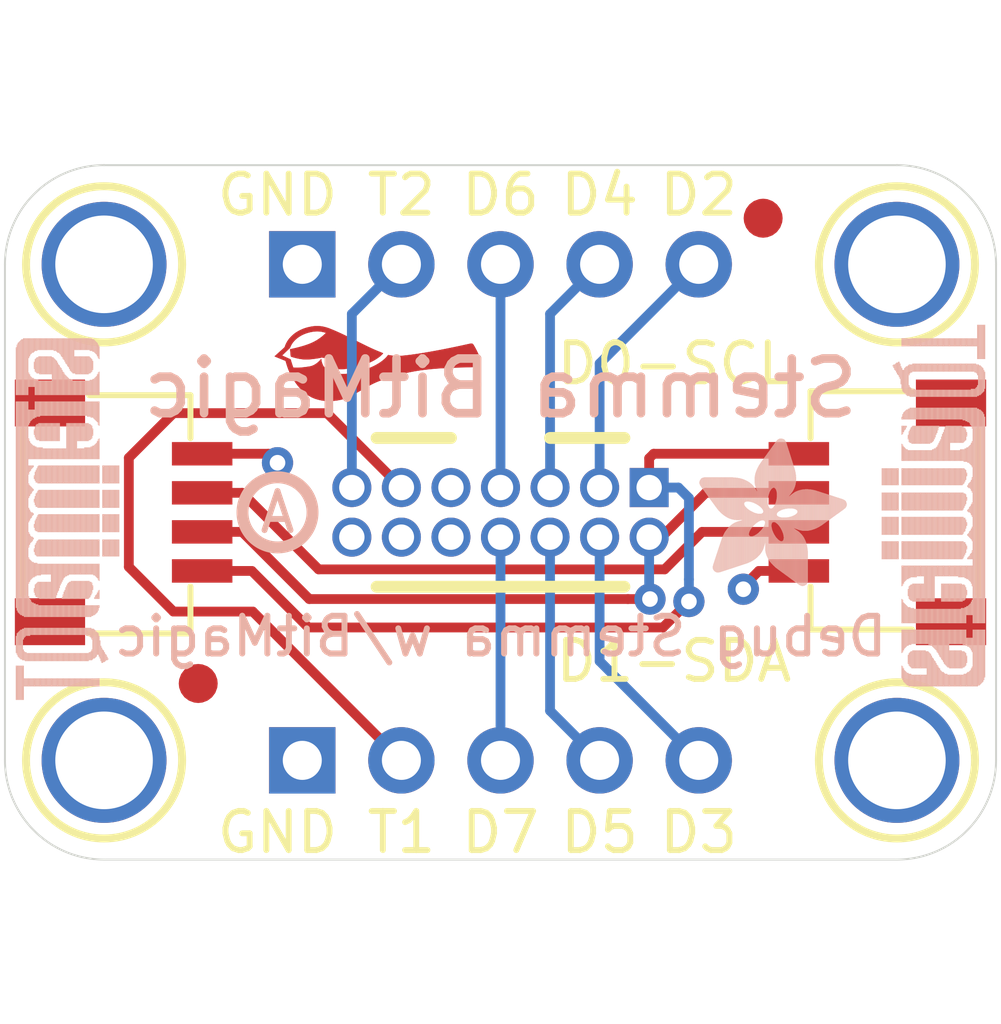
<source format=kicad_pcb>
(kicad_pcb (version 20171130) (host pcbnew "(5.1.4-0-10_14)")
  (layers (0 Top signal) (31 Bottom signal) (34 B.Paste user) (35 F.Paste user) (36 B.SilkS user) (37 F.SilkS user) (38 B.Mask user) (39 F.Mask user) (44 Edge.Cuts user))
  (net 0 "")
  (net 1 GND)
  (net 2 /SCL)
  (net 3 /SDA)
  (net 4 /VCC)
  (net 5 "Net-(J1-Pad14)")
  (net 6 /T2)
  (net 7 "Net-(J1-Pad12)")
  (net 8 /T1)
  (net 9 /D7)
  (net 10 /D6)
  (net 11 /D5)
  (net 12 /D4)
  (net 13 /D3)
  (net 14 /D2)
  (module Connector_PinHeader_1.27mm:PinHeader_2x07_P1.27mm_Vertical (layer Top) (at 152.3111 104.3686 270)
    (fp_text reference J1 hide)
    (fp_text value Conn_02x07_Odd_Even)
    (pad 14 thru_hole oval (at 1.27 7.62 270) (size 1 1) (drill 0.65) (layers *.Cu *.Mask) (net 5 "Net-(J1-Pad14)"))
    (pad 13 thru_hole oval (at 0 7.62 270) (size 1 1) (drill 0.65) (layers *.Cu *.Mask) (net 6 /T2))
    (pad 12 thru_hole oval (at 1.27 6.35 270) (size 1 1) (drill 0.65) (layers *.Cu *.Mask) (net 7 "Net-(J1-Pad12)"))
    (pad 11 thru_hole oval (at 0 6.35 270) (size 1 1) (drill 0.65) (layers *.Cu *.Mask) (net 8 /T1))
    (pad 10 thru_hole oval (at 1.27 5.08 270) (size 1 1) (drill 0.65) (layers *.Cu *.Mask) (net 1 GND))
    (pad 9 thru_hole oval (at 0 5.08 270) (size 1 1) (drill 0.65) (layers *.Cu *.Mask) (net 1 GND))
    (pad 8 thru_hole oval (at 1.27 3.81 270) (size 1 1) (drill 0.65) (layers *.Cu *.Mask) (net 9 /D7))
    (pad 7 thru_hole oval (at 0 3.81 270) (size 1 1) (drill 0.65) (layers *.Cu *.Mask) (net 10 /D6))
    (pad 6 thru_hole oval (at 1.27 2.54 270) (size 1 1) (drill 0.65) (layers *.Cu *.Mask) (net 11 /D5))
    (pad 5 thru_hole oval (at 0 2.54 270) (size 1 1) (drill 0.65) (layers *.Cu *.Mask) (net 12 /D4))
    (pad 4 thru_hole oval (at 1.27 1.27 270) (size 1 1) (drill 0.65) (layers *.Cu *.Mask) (net 13 /D3))
    (pad 3 thru_hole oval (at 0 1.27 270) (size 1 1) (drill 0.65) (layers *.Cu *.Mask) (net 14 /D2))
    (pad 2 thru_hole oval (at 1.27 0 270) (size 1 1) (drill 0.65) (layers *.Cu *.Mask) (net 3 /SDA))
    (pad 1 thru_hole rect (at 0 0 270) (size 1 1) (drill 0.65) (layers *.Cu *.Mask) (net 2 /SCL))
  )
  (module chickadee:chickadee_2mm_fcu (layer Top) (at 145.3261 101.1936)
    (fp_text reference G*** hide)
    (fp_text value LOGO hide)
    (fp_poly (pts (xy -1.50211 -0.956524) (xy -1.480393 -0.956179) (xy -1.461445 -0.95546) (xy -1.444235 -0.954281) (xy -1.42773 -0.952559) (xy -1.410899 -0.95021) (xy -1.392708 -0.94715) (xy -1.377648 -0.944355) (xy -1.337289 -0.935604) (xy -1.295394 -0.924586) (xy -1.253941 -0.911875) (xy -1.214907 -0.898043) (xy -1.207105 -0.89501) (xy -1.177497 -0.88322) (xy -1.14844 -0.871469) (xy -1.119668 -0.859632) (xy -1.090917 -0.847586) (xy -1.061919 -0.835207) (xy -1.032409 -0.822372) (xy -1.002121 -0.808957) (xy -0.97079 -0.794838) (xy -0.938149 -0.779891) (xy -0.903933 -0.763992) (xy -0.867876 -0.747019) (xy -0.829712 -0.728847) (xy -0.789176 -0.709352) (xy -0.746001 -0.688411) (xy -0.699922 -0.6659) (xy -0.650673 -0.641695) (xy -0.597987 -0.615673) (xy -0.541601 -0.58771) (xy -0.481246 -0.557682) (xy -0.465667 -0.549917) (xy -0.413659 -0.524037) (xy -0.3656 -0.500226) (xy -0.321145 -0.478325) (xy -0.27995 -0.458175) (xy -0.241669 -0.439617) (xy -0.205957 -0.422491) (xy -0.172469 -0.406639) (xy -0.14086 -0.391901) (xy -0.110786 -0.378118) (xy -0.081901 -0.365131) (xy -0.05386 -0.352779) (xy -0.026318 -0.340905) (xy 0.001069 -0.329349) (xy 0.028648 -0.317952) (xy 0.056761 -0.306554) (xy 0.085756 -0.294996) (xy 0.091784 -0.292614) (xy 0.109241 -0.285659) (xy 0.125202 -0.279167) (xy 0.139121 -0.273373) (xy 0.15045 -0.268508) (xy 0.158645 -0.264805) (xy 0.163158 -0.262497) (xy 0.163869 -0.261925) (xy 0.162563 -0.259168) (xy 0.15818 -0.253749) (xy 0.15127 -0.246205) (xy 0.142385 -0.237076) (xy 0.132075 -0.226901) (xy 0.12089 -0.216218) (xy 0.10938 -0.205567) (xy 0.098096 -0.195485) (xy 0.087588 -0.186513) (xy 0.083204 -0.182938) (xy 0.032211 -0.144812) (xy -0.023145 -0.108621) (xy -0.082775 -0.074402) (xy -0.146594 -0.04219) (xy -0.214513 -0.012022) (xy -0.286445 0.016066) (xy -0.362304 0.04204) (xy -0.442002 0.065862) (xy -0.525451 0.087496) (xy -0.612565 0.106907) (xy -0.626533 0.109744) (xy -0.686331 0.120927) (xy -0.742312 0.129711) (xy -0.794846 0.136122) (xy -0.844302 0.140187) (xy -0.89105 0.141931) (xy -0.935458 0.141382) (xy -0.977897 0.138567) (xy -0.997625 0.136425) (xy -1.042521 0.129163) (xy -1.083907 0.118835) (xy -1.121726 0.105475) (xy -1.155921 0.089116) (xy -1.186435 0.069792) (xy -1.213212 0.047535) (xy -1.236195 0.022379) (xy -1.255327 -0.005643) (xy -1.26248 -0.018814) (xy -1.271131 -0.03793) (xy -1.27813 -0.058008) (xy -1.283742 -0.080053) (xy -1.28823 -0.105072) (xy -1.291222 -0.12819) (xy -1.292983 -0.143896) (xy -1.340153 -0.148008) (xy -1.354896 -0.149286) (xy -1.368084 -0.150417) (xy -1.378921 -0.151333) (xy -1.386612 -0.151967) (xy -1.390361 -0.152253) (xy -1.39049 -0.152259) (xy -1.392531 -0.153687) (xy -1.392227 -0.154714) (xy -1.393472 -0.155749) (xy -1.398086 -0.156013) (xy -1.404679 -0.155621) (xy -1.411863 -0.154688) (xy -1.418249 -0.153328) (xy -1.42119 -0.152325) (xy -1.424967 -0.151285) (xy -1.43272 -0.149598) (xy -1.443655 -0.147423) (xy -1.456978 -0.144915) (xy -1.471893 -0.142232) (xy -1.475619 -0.14158) (xy -1.531495 -0.132318) (xy -1.58458 -0.124519) (xy -1.636618 -0.117952) (xy -1.689348 -0.112382) (xy -1.705429 -0.110884) (xy -1.720809 -0.109791) (xy -1.739464 -0.108945) (xy -1.760467 -0.108347) (xy -1.782891 -0.107997) (xy -1.805808 -0.107895) (xy -1.828294 -0.108042) (xy -1.849419 -0.108438) (xy -1.868259 -0.109083) (xy -1.883886 -0.109978) (xy -1.892905 -0.11081) (xy -1.942844 -0.11743) (xy -1.991432 -0.125582) (xy -2.039954 -0.135532) (xy -2.089696 -0.14755) (xy -2.141945 -0.161904) (xy -2.152555 -0.165004) (xy -2.168052 -0.169659) (xy -2.179471 -0.173326) (xy -2.187414 -0.176244) (xy -2.192486 -0.178654) (xy -2.195286 -0.180796) (xy -2.196278 -0.182422) (xy -2.196934 -0.185928) (xy -2.198011 -0.193672) (xy -2.199443 -0.20508) (xy -2.201159 -0.219578) (xy -2.203094 -0.236591) (xy -2.205177 -0.255544) (xy -2.207296 -0.275418) (xy -2.209759 -0.299194) (xy -2.211684 -0.318571) (xy -2.213099 -0.333957) (xy -2.214032 -0.345756) (xy -2.214511 -0.354377) (xy -2.214564 -0.360224) (xy -2.214217 -0.363706) (xy -2.2135 -0.365227) (xy -2.213435 -0.365272) (xy -2.209181 -0.366841) (xy -2.202429 -0.368377) (xy -2.200395 -0.36872) (xy -2.192683 -0.370111) (xy -2.180991 -0.372482) (xy -2.166039 -0.375668) (xy -2.148549 -0.379505) (xy -2.12924 -0.383829) (xy -2.108835 -0.388477) (xy -2.088054 -0.393284) (xy -2.067617 -0.398086) (xy -2.048246 -0.40272) (xy -2.030661 -0.407021) (xy -2.017486 -0.410336) (xy -1.947112 -0.429097) (xy -1.88129 -0.448185) (xy -1.81974 -0.467695) (xy -1.762181 -0.48772) (xy -1.708334 -0.508354) (xy -1.657918 -0.529691) (xy -1.64979 -0.533339) (xy -1.601328 -0.556964) (xy -1.551977 -0.584213) (xy -1.502917 -0.614337) (xy -1.455327 -0.646583) (xy -1.410384 -0.680203) (xy -1.380067 -0.705061) (xy -1.367955 -0.715595) (xy -1.355384 -0.726849) (xy -1.342845 -0.738347) (xy -1.33083 -0.749616) (xy -1.319829 -0.760182) (xy -1.310335 -0.769571) (xy -1.302839 -0.777309) (xy -1.297832 -0.782923) (xy -1.295806 -0.785938) (xy -1.295849 -0.786262) (xy -1.29939 -0.788009) (xy -1.306909 -0.790668) (xy -1.317679 -0.794027) (xy -1.330975 -0.797871) (xy -1.346069 -0.801985) (xy -1.362235 -0.806155) (xy -1.369181 -0.807875) (xy -1.417115 -0.817755) (xy -1.465253 -0.823934) (xy -1.514063 -0.8264) (xy -1.564013 -0.82514) (xy -1.615573 -0.820143) (xy -1.66921 -0.811395) (xy -1.725395 -0.798885) (xy -1.726731 -0.798551) (xy -1.78385 -0.782272) (xy -1.838616 -0.762779) (xy -1.890827 -0.740229) (xy -1.940278 -0.71478) (xy -1.986768 -0.686589) (xy -2.030093 -0.655814) (xy -2.07005 -0.622612) (xy -2.106438 -0.587142) (xy -2.139052 -0.54956) (xy -2.167689 -0.510023) (xy -2.192148 -0.468691) (xy -2.212225 -0.425719) (xy -2.214627 -0.419704) (xy -2.222196 -0.400352) (xy -2.323646 -0.303798) (xy -2.342169 -0.286154) (xy -2.35962 -0.269503) (xy -2.375689 -0.254143) (xy -2.390064 -0.240373) (xy -2.402434 -0.228492) (xy -2.412488 -0.218798) (xy -2.419915 -0.211591) (xy -2.424404 -0.207168) (xy -2.425676 -0.205826) (xy -2.423649 -0.204596) (xy -2.417613 -0.201599) (xy -2.407984 -0.197029) (xy -2.395176 -0.191076) (xy -2.379605 -0.183931) (xy -2.361686 -0.175787) (xy -2.341836 -0.166835) (xy -2.320469 -0.157265) (xy -2.31536 -0.154987) (xy -2.204464 -0.105564) (xy -2.192917 -0.064272) (xy -2.187359 -0.0451) (xy -2.18061 -0.022941) (xy -2.173088 0.000919) (xy -2.165209 0.025195) (xy -2.157389 0.048602) (xy -2.150047 0.069855) (xy -2.143878 0.086919) (xy -2.140142 0.096304) (xy -2.137043 0.102115) (xy -2.13385 0.105417) (xy -2.129945 0.107241) (xy -2.124938 0.10804) (xy -2.115804 0.108683) (xy -2.10325 0.109172) (xy -2.087986 0.109507) (xy -2.07072 0.10969) (xy -2.052158 0.109724) (xy -2.033011 0.109608) (xy -2.013986 0.109345) (xy -1.995791 0.108937) (xy -1.979134 0.108384) (xy -1.964724 0.107689) (xy -1.953381 0.106863) (xy -1.841649 0.094774) (xy -1.773162 0.085603) (xy -1.743868 0.081189) (xy -1.718621 0.076868) (xy -1.69664 0.072428) (xy -1.677143 0.067653) (xy -1.659349 0.062331) (xy -1.642477 0.056246) (xy -1.625745 0.049184) (xy -1.608372 0.040933) (xy -1.606248 0.039873) (xy -1.567924 0.018252) (xy -1.530341 -0.007693) (xy -1.494131 -0.037447) (xy -1.459927 -0.070498) (xy -1.432637 -0.10112) (xy -1.419981 -0.116365) (xy -1.419981 -0.108013) (xy -1.419288 -0.097812) (xy -1.417375 -0.0842) (xy -1.414488 -0.068376) (xy -1.410873 -0.051538) (xy -1.406778 -0.034886) (xy -1.40245 -0.019619) (xy -1.400595 -0.013827) (xy -1.384555 0.026904) (xy -1.364678 0.064716) (xy -1.341022 0.099558) (xy -1.31365 0.131374) (xy -1.28262 0.160111) (xy -1.247994 0.185717) (xy -1.209832 0.208137) (xy -1.168195 0.227319) (xy -1.123143 0.243209) (xy -1.103086 0.248923) (xy -1.067259 0.257339) (xy -1.030385 0.263721) (xy -0.991593 0.268166) (xy -0.950012 0.270775) (xy -0.904772 0.271646) (xy -0.903514 0.271647) (xy -0.868422 0.271229) (xy -0.834337 0.269929) (xy -0.800467 0.267658) (xy -0.766018 0.264326) (xy -0.730197 0.259845) (xy -0.69221 0.254126) (xy -0.651265 0.24708) (xy -0.606567 0.238618) (xy -0.603552 0.238025) (xy -0.518906 0.219934) (xy -0.436963 0.199615) (xy -0.357888 0.177142) (xy -0.281847 0.152591) (xy -0.209005 0.126036) (xy -0.139526 0.097553) (xy -0.073576 0.067216) (xy -0.01132 0.035101) (xy 0.047077 0.001282) (xy 0.10145 -0.034166) (xy 0.151633 -0.071167) (xy 0.197462 -0.109648) (xy 0.22981 -0.140368) (xy 0.240875 -0.151786) (xy 0.252189 -0.163971) (xy 0.262638 -0.175689) (xy 0.271104 -0.185706) (xy 0.273352 -0.188531) (xy 0.280273 -0.197406) (xy 0.286408 -0.205246) (xy 0.290943 -0.211011) (xy 0.292705 -0.213225) (xy 0.294587 -0.215251) (xy 0.29687 -0.216314) (xy 0.300577 -0.216409) (xy 0.306727 -0.21553) (xy 0.316345 -0.213671) (xy 0.319314 -0.213071) (xy 0.390473 -0.201114) (xy 0.462069 -0.193949) (xy 0.534224 -0.191568) (xy 0.607057 -0.193965) (xy 0.618067 -0.194738) (xy 0.67588 -0.199585) (xy 0.738159 -0.205779) (xy 0.80473 -0.21329) (xy 0.87542 -0.222088) (xy 0.950056 -0.232142) (xy 1.028464 -0.243424) (xy 1.110473 -0.255903) (xy 1.195908 -0.26955) (xy 1.284598 -0.284333) (xy 1.376368 -0.300224) (xy 1.471045 -0.317192) (xy 1.568458 -0.335208) (xy 1.668432 -0.354242) (xy 1.770795 -0.374263) (xy 1.875373 -0.395241) (xy 1.981995 -0.417148) (xy 2.090485 -0.439952) (xy 2.200672 -0.463624) (xy 2.305352 -0.486577) (xy 2.335862 -0.493334) (xy 2.362069 -0.499017) (xy 2.384406 -0.503534) (xy 2.403307 -0.506792) (xy 2.419208 -0.5087) (xy 2.432541 -0.509165) (xy 2.44374 -0.508095) (xy 2.45324 -0.505397) (xy 2.461475 -0.50098) (xy 2.468879 -0.494751) (xy 2.475886 -0.486618) (xy 2.482929 -0.476489) (xy 2.490443 -0.464271) (xy 2.498862 -0.449872) (xy 2.501797 -0.444826) (xy 2.527352 -0.399722) (xy 2.551306 -0.354979) (xy 2.573386 -0.311167) (xy 2.593323 -0.268858) (xy 2.610844 -0.228621) (xy 2.62568 -0.191027) (xy 2.635187 -0.163982) (xy 2.645789 -0.128042) (xy 2.653137 -0.094502) (xy 2.657251 -0.063519) (xy 2.65815 -0.03525) (xy 2.655853 -0.00985) (xy 2.650378 0.012523) (xy 2.641744 0.031713) (xy 2.629969 0.047563) (xy 2.615074 0.059917) (xy 2.607857 0.064043) (xy 2.600908 0.067306) (xy 2.593331 0.070302) (xy 2.584879 0.073051) (xy 2.575307 0.075572) (xy 2.564372 0.077884) (xy 2.551826 0.080007) (xy 2.537427 0.08196) (xy 2.520927 0.083761) (xy 2.502084 0.085431) (xy 2.48065 0.086989) (xy 2.456383 0.088454) (xy 2.429035 0.089845) (xy 2.398363 0.091181) (xy 2.364121 0.092483) (xy 2.326065 0.093769) (xy 2.283949 0.095058) (xy 2.237529 0.09637) (xy 2.186558 0.097724) (xy 2.177143 0.097967) (xy 2.093433 0.100256) (xy 2.014179 0.102711) (xy 1.938999 0.105352) (xy 1.867513 0.108202) (xy 1.79934 0.111281) (xy 1.734099 0.114609) (xy 1.671411 0.118209) (xy 1.610893 0.122101) (xy 1.552165 0.126306) (xy 1.494847 0.130846) (xy 1.438558 0.13574) (xy 1.382917 0.141011) (xy 1.364343 0.142866) (xy 1.276092 0.15235) (xy 1.190744 0.162702) (xy 1.107787 0.174038) (xy 1.026707 0.186474) (xy 0.946991 0.200127) (xy 0.868125 0.215112) (xy 0.789598 0.231546) (xy 0.710894 0.249545) (xy 0.631502 0.269225) (xy 0.550908 0.290703) (xy 0.468599 0.314095) (xy 0.384062 0.339516) (xy 0.296783 0.367083) (xy 0.206249 0.396912) (xy 0.134257 0.421406) (xy 0.100067 0.433412) (xy 0.067474 0.445361) (xy 0.036018 0.457474) (xy 0.005241 0.469971) (xy -0.025317 0.48307) (xy -0.056114 0.496991) (xy -0.08761 0.511955) (xy -0.120264 0.52818) (xy -0.154534 0.545887) (xy -0.19088 0.565295) (xy -0.229761 0.586623) (xy -0.271635 0.610092) (xy -0.316962 0.63592) (xy -0.33141 0.644224) (xy -0.371607 0.667353) (xy -0.40793 0.688218) (xy -0.440685 0.706989) (xy -0.47018 0.723834) (xy -0.496721 0.738923) (xy -0.520614 0.752425) (xy -0.542168 0.76451) (xy -0.561689 0.775347) (xy -0.579484 0.785105) (xy -0.59586 0.793953) (xy -0.611124 0.802061) (xy -0.625583 0.809598) (xy -0.639543 0.816734) (xy -0.653313 0.823637) (xy -0.667198 0.830478) (xy -0.681506 0.837425) (xy -0.682761 0.838031) (xy -0.729005 0.859588) (xy -0.772629 0.878276) (xy -0.814572 0.894365) (xy -0.855777 0.908123) (xy -0.897182 0.919819) (xy -0.93973 0.929722) (xy -0.984361 0.938101) (xy -1.032015 0.945226) (xy -1.076476 0.950592) (xy -1.104581 0.95317) (xy -1.136087 0.9552) (xy -1.169583 0.956643) (xy -1.20366 0.957463) (xy -1.236906 0.957622) (xy -1.267912 0.957082) (xy -1.288143 0.956234) (xy -1.342689 0.951679) (xy -1.397859 0.944053) (xy -1.452838 0.933561) (xy -1.506811 0.920409) (xy -1.558964 0.904801) (xy -1.608482 0.886941) (xy -1.654549 0.867036) (xy -1.666966 0.861) (xy -1.722495 0.830655) (xy -1.776819 0.795709) (xy -1.829841 0.75627) (xy -1.881466 0.712446) (xy -1.931598 0.664345) (xy -1.980141 0.612076) (xy -2.026999 0.555746) (xy -2.072076 0.495465) (xy -2.115277 0.431339) (xy -2.156505 0.363477) (xy -2.195665 0.291987) (xy -2.226585 0.229852) (xy -2.23916 0.202482) (xy -2.251243 0.174118) (xy -2.263182 0.143873) (xy -2.275324 0.110861) (xy -2.288016 0.074197) (xy -2.290995 0.065315) (xy -2.296254 0.049237) (xy -2.301811 0.03169) (xy -2.307423 0.01349) (xy -2.312851 -0.004544) (xy -2.317851 -0.021595) (xy -2.322182 -0.036844) (xy -2.325603 -0.049475) (xy -2.327871 -0.05867) (xy -2.328427 -0.061331) (xy -2.329914 -0.069259) (xy -2.470221 -0.125878) (xy -2.494893 -0.135852) (xy -2.518212 -0.145313) (xy -2.539795 -0.154103) (xy -2.559259 -0.162066) (xy -2.576219 -0.169042) (xy -2.590293 -0.174875) (xy -2.601096 -0.179405) (xy -2.608246 -0.182476) (xy -2.611359 -0.18393) (xy -2.611461 -0.184007) (xy -2.609856 -0.185824) (xy -2.604918 -0.190594) (xy -2.596929 -0.198059) (xy -2.586175 -0.207961) (xy -2.572939 -0.22004) (xy -2.557506 -0.234038) (xy -2.540159 -0.249697) (xy -2.521184 -0.266757) (xy -2.500863 -0.284961) (xy -2.483461 -0.300501) (xy -2.458764 -0.322533) (xy -2.437429 -0.341591) (xy -2.419202 -0.35792) (xy -2.40383 -0.371761) (xy -2.39106 -0.383358) (xy -2.380639 -0.392954) (xy -2.372314 -0.400791) (xy -2.365831 -0.407113) (xy -2.360938 -0.412161) (xy -2.357381 -0.41618) (xy -2.354908 -0.419412) (xy -2.353264 -0.422099) (xy -2.352198 -0.424485) (xy -2.351455 -0.426813) (xy -2.351329 -0.42727) (xy -2.346934 -0.441361) (xy -2.340693 -0.45847) (xy -2.333101 -0.477383) (xy -2.324658 -0.496886) (xy -2.315859 -0.515765) (xy -2.311337 -0.524877) (xy -2.289087 -0.564792) (xy -2.263559 -0.603278) (xy -2.234286 -0.640972) (xy -2.200801 -0.678512) (xy -2.191788 -0.687875) (xy -2.153725 -0.724587) (xy -2.114448 -0.757833) (xy -2.07313 -0.788207) (xy -2.028948 -0.816304) (xy -1.981076 -0.842717) (xy -1.966686 -0.849998) (xy -1.92002 -0.871853) (xy -1.873382 -0.89094) (xy -1.825929 -0.907515) (xy -1.776818 -0.921834) (xy -1.725208 -0.934154) (xy -1.670255 -0.944731) (xy -1.638391 -0.949884) (xy -1.624789 -0.951886) (xy -1.612907 -0.95344) (xy -1.601787 -0.954603) (xy -1.590472 -0.955434) (xy -1.578005 -0.955989) (xy -1.56343 -0.956328) (xy -1.545789 -0.956507) (xy -1.527629 -0.956577) (xy -1.50211 -0.956524)) (layer Top) (width 0.01))
  )
  (module Connector_PinHeader_2.54mm:PinHeader_1x05_P2.54mm_Vertical (layer Bottom) (at 143.4211 98.6536 270)
    (fp_text reference J2 hide)
    (fp_text value Conn_01x05_Male)
    (pad 5 thru_hole oval (at 0 -10.16 270) (size 1.7 1.7) (drill 1) (layers *.Cu *.Mask) (net 14 /D2))
    (pad 4 thru_hole oval (at 0 -7.62 270) (size 1.7 1.7) (drill 1) (layers *.Cu *.Mask) (net 12 /D4))
    (pad 3 thru_hole oval (at 0 -5.08 270) (size 1.7 1.7) (drill 1) (layers *.Cu *.Mask) (net 10 /D6))
    (pad 2 thru_hole oval (at 0 -2.54 270) (size 1.7 1.7) (drill 1) (layers *.Cu *.Mask) (net 6 /T2))
    (pad 1 thru_hole rect (at 0 0 270) (size 1.7 1.7) (drill 1) (layers *.Cu *.Mask) (net 1 GND))
  )
  (module Connector_PinHeader_2.54mm:PinHeader_1x05_P2.54mm_Vertical (layer Bottom) (at 143.4211 111.3536 270)
    (fp_text reference J3 hide)
    (fp_text value Conn_01x05_Male)
    (pad 5 thru_hole oval (at 0 -10.16 270) (size 1.7 1.7) (drill 1) (layers *.Cu *.Mask) (net 13 /D3))
    (pad 4 thru_hole oval (at 0 -7.62 270) (size 1.7 1.7) (drill 1) (layers *.Cu *.Mask) (net 11 /D5))
    (pad 3 thru_hole oval (at 0 -5.08 270) (size 1.7 1.7) (drill 1) (layers *.Cu *.Mask) (net 9 /D7))
    (pad 2 thru_hole oval (at 0 -2.54 270) (size 1.7 1.7) (drill 1) (layers *.Cu *.Mask) (net 8 /T1))
    (pad 1 thru_hole rect (at 0 0 270) (size 1.7 1.7) (drill 1) (layers *.Cu *.Mask) (net 1 GND))
  )
  (module stemmaqt_shift:MOUNTINGHOLE_2.5_PLATED (layer Top) (at 138.3411 98.6536)
    (fp_text reference U$1 hide)
    (fp_text value MOUNTINGHOLE2.5 hide)
    (pad P$1 thru_hole circle (at 0 0) (size 3.2 3.2) (drill 2.5) (layers *.Cu *.Mask))
  )
  (module stemmaqt_shift:MOUNTINGHOLE_2.5_PLATED (layer Top) (at 158.6611 98.6536)
    (fp_text reference U$17 hide)
    (fp_text value MOUNTINGHOLE2.5 hide)
    (pad P$1 thru_hole circle (at 0 0) (size 3.2 3.2) (drill 2.5) (layers *.Cu *.Mask))
  )
  (module stemmaqt_shift:JST_SH4 (layer Top) (at 158.6611 105.0036 90)
    (fp_text reference CONN3 hide)
    (fp_text value STEMMA_I2C_QT hide)
    (pad MT2 smd rect (at 2.8 1.386 180) (size 1.8 1.2) (layers Top F.Paste F.Mask))
    (pad MT1 smd rect (at -2.8 1.386 180) (size 1.8 1.2) (layers Top F.Paste F.Mask))
    (pad 4 smd rect (at 1.5 -2.514 180) (size 1.55 0.6) (layers Top F.Paste F.Mask) (net 2 /SCL))
    (pad 1 smd rect (at -1.5 -2.514 180) (size 1.55 0.6) (layers Top F.Paste F.Mask) (net 1 GND))
    (pad 3 smd rect (at 0.5 -2.514 180) (size 1.55 0.6) (layers Top F.Paste F.Mask) (net 3 /SDA))
    (pad 2 smd rect (at -0.5 -2.514 180) (size 1.55 0.6) (layers Top F.Paste F.Mask) (net 4 /VCC))
  )
  (module stemmaqt_shift:JST_SH4 (layer Top) (at 138.3411 105.0036 270)
    (fp_text reference CONN4 hide)
    (fp_text value STEMMA_I2C_QT hide)
    (pad MT2 smd rect (at 2.8 1.386) (size 1.8 1.2) (layers Top F.Paste F.Mask))
    (pad MT1 smd rect (at -2.8 1.386) (size 1.8 1.2) (layers Top F.Paste F.Mask))
    (pad 4 smd rect (at 1.5 -2.514) (size 1.55 0.6) (layers Top F.Paste F.Mask) (net 2 /SCL))
    (pad 1 smd rect (at -1.5 -2.514) (size 1.55 0.6) (layers Top F.Paste F.Mask) (net 1 GND))
    (pad 3 smd rect (at 0.5 -2.514) (size 1.55 0.6) (layers Top F.Paste F.Mask) (net 3 /SDA))
    (pad 2 smd rect (at -0.5 -2.514) (size 1.55 0.6) (layers Top F.Paste F.Mask) (net 4 /VCC))
  )
  (module stemmaqt_shift:FIDUCIAL_1MM (layer Top) (at 140.7541 109.3851)
    (fp_text reference FID3 hide)
    (fp_text value FIDUCIAL_1MM hide)
    (pad 1 smd roundrect (at 0 0) (size 1 1) (layers Top F.Mask) (roundrect_rratio 0.5))
  )
  (module stemmaqt_shift:FIDUCIAL_1MM (layer Top) (at 155.2321 97.4725)
    (fp_text reference FID4 hide)
    (fp_text value FIDUCIAL_1MM hide)
    (pad 1 smd roundrect (at 0 0) (size 1 1) (layers Top F.Mask) (roundrect_rratio 0.5))
  )
  (module stemmaqt_shift:MOUNTINGHOLE_2.5_PLATED (layer Top) (at 138.3411 111.3536)
    (fp_text reference U$19 hide)
    (fp_text value MOUNTINGHOLE2.5 hide)
    (pad P$1 thru_hole circle (at 0 0) (size 3.2 3.2) (drill 2.5) (layers *.Cu *.Mask))
  )
  (module stemmaqt_shift:MOUNTINGHOLE_2.5_PLATED (layer Top) (at 158.6611 111.3536)
    (fp_text reference U$21 hide)
    (fp_text value MOUNTINGHOLE2.5 hide)
    (pad P$1 thru_hole circle (at 0 0) (size 3.2 3.2) (drill 2.5) (layers *.Cu *.Mask))
  )
  (module stemmaqt_shift:ADAFRUIT_3.5MM (layer Bottom) (at 153.5811 106.9086 90)
    (fp_text reference U$22 hide)
    (fp_text value "" hide)
  )
  (module stemmaqt_shift:PCBFEAT-REV-040 (layer Bottom) (at 142.7861 105.0036 90)
    (fp_text reference U$25 hide)
    (fp_text value "" hide)
  )
  (module stemmaqt_shift:STEMMAQT (layer Bottom) (at 158.2801 109.4486 90)
    (fp_text reference U$30 hide)
    (fp_text value "" hide)
  )
  (module stemmaqt_shift:STEMMAQT (layer Bottom) (at 138.7221 100.5586 270)
    (fp_text reference U$31 hide)
    (fp_text value "" hide)
  )
  (gr_line (start 145.3261 106.9086) (end 151.6761 106.9086) (layer F.SilkS) (width 0.3048))
  (gr_line (start 149.7711 103.0986) (end 151.6761 103.0986) (layer F.SilkS) (width 0.3048))
  (gr_line (start 145.3261 103.0986) (end 147.2311 103.0986) (layer F.SilkS) (width 0.3048))
  (gr_text D1-SDA (at 152.9461 108.8136) (layer F.SilkS) (effects (font (size 1 1))))
  (gr_text D0-SCL (at 152.9461 101.1936) (layer F.SilkS) (effects (font (size 1 1))))
  (gr_text A (at 142.7861 105.0036) (layer B.SilkS) (effects (font (size 1 1)) (justify mirror)))
  (gr_text D2 (at 153.5811 96.8756) (layer F.SilkS) (effects (font (size 1 1))))
  (gr_text D4 (at 151.0411 96.8756) (layer F.SilkS) (effects (font (size 1 1))))
  (gr_text D6 (at 148.5011 96.8756) (layer F.SilkS) (effects (font (size 1 1))))
  (gr_text T2 (at 145.9611 96.8756) (layer F.SilkS) (effects (font (size 1 1))))
  (gr_text GND (at 142.7861 96.8756) (layer F.SilkS) (effects (font (size 1 1))))
  (gr_text GND (at 142.7861 113.1951) (layer F.SilkS) (effects (font (size 1 1))))
  (gr_text D3 (at 153.5811 113.1951) (layer F.SilkS) (effects (font (size 1 1))))
  (gr_text D5 (at 151.0411 113.1951) (layer F.SilkS) (effects (font (size 1 1))))
  (gr_text D7 (at 148.5011 113.1951) (layer F.SilkS) (effects (font (size 1 1))))
  (gr_text T1 (at 145.9611 113.1951) (layer F.SilkS) (effects (font (size 1 1))))
  (gr_line (start 135.8011 98.6536) (end 135.8011 111.3536) (layer Edge.Cuts) (width 0.05))
  (gr_arc (start 138.3411 111.3536) (end 135.8011 111.3536) (angle -90) (layer Edge.Cuts) (width 0.05))
  (gr_line (start 138.3411 113.8936) (end 158.6611 113.8936) (layer Edge.Cuts) (width 0.05))
  (gr_arc (start 158.6611 111.3536) (end 158.6611 113.8936) (angle -90) (layer Edge.Cuts) (width 0.05))
  (gr_line (start 161.2011 111.3536) (end 161.2011 98.6536) (layer Edge.Cuts) (width 0.05))
  (gr_arc (start 158.6611 98.6536) (end 161.2011 98.6536) (angle -90) (layer Edge.Cuts) (width 0.05))
  (gr_line (start 158.6611 96.1136) (end 138.3411 96.1136) (layer Edge.Cuts) (width 0.05))
  (gr_arc (start 138.3411 98.6536) (end 138.3411 96.1136) (angle -90) (layer Edge.Cuts) (width 0.05))
  (gr_text "Stemma BitMagic" (at 148.5011 101.8286) (layer B.SilkS) (effects (font (size 1.39954 1.39954) (thickness 0.22098)) (justify mirror)))
  (gr_text "Debug Stemma w/BitMagic" (at 148.5011 108.1786) (layer B.SilkS) (effects (font (size 0.9652 0.9652) (thickness 0.1524)) (justify mirror)))
  (via (at 142.7861 103.7336) (size 0.8) (drill 0.4) (layers Top Bottom) (net 1))
  (segment (start 142.5561 103.5036) (end 142.7861 103.7336) (width 0.25) (layer Top) (net 1))
  (segment (start 140.8551 103.5036) (end 142.5561 103.5036) (width 0.25) (layer Top) (net 1))
  (segment (start 156.1471 106.5036) (end 155.1221 106.5036) (width 0.25) (layer Top) (net 1))
  (segment (start 154.7241 106.9016) (end 154.7241 106.9721) (width 0.25) (layer Top) (net 1))
  (via (at 154.7241 106.9721) (size 0.8) (drill 0.4) (layers Top Bottom) (net 1))
  (segment (start 155.1221 106.5036) (end 154.7241 106.9016) (width 0.25) (layer Top) (net 1))
  (segment (start 152.3111 103.6186) (end 152.3111 104.3686) (width 0.25) (layer Top) (net 2))
  (segment (start 152.4261 103.5036) (end 152.3111 103.6186) (width 0.25) (layer Top) (net 2))
  (segment (start 156.1471 103.5036) (end 152.4261 103.5036) (width 0.25) (layer Top) (net 2))
  (segment (start 143.574601 107.951101) (end 152.664512 107.951101) (width 0.25) (layer Top) (net 2))
  (via (at 153.330003 107.28561) (size 0.8) (drill 0.4) (layers Top Bottom) (net 2))
  (segment (start 153.330003 104.637503) (end 153.330003 106.719925) (width 0.25) (layer Bottom) (net 2))
  (segment (start 152.664512 107.951101) (end 152.930004 107.685609) (width 0.25) (layer Top) (net 2))
  (segment (start 153.330003 106.719925) (end 153.330003 107.28561) (width 0.25) (layer Bottom) (net 2))
  (segment (start 153.0611 104.3686) (end 153.330003 104.637503) (width 0.25) (layer Bottom) (net 2))
  (segment (start 140.8551 106.5036) (end 142.1271 106.5036) (width 0.25) (layer Top) (net 2))
  (segment (start 152.3111 104.3686) (end 153.0611 104.3686) (width 0.25) (layer Bottom) (net 2))
  (segment (start 152.930004 107.685609) (end 153.330003 107.28561) (width 0.25) (layer Top) (net 2))
  (segment (start 142.1271 106.5036) (end 143.574601 107.951101) (width 0.25) (layer Top) (net 2))
  (segment (start 153.761102 104.5036) (end 152.626102 105.6386) (width 0.25) (layer Top) (net 3))
  (segment (start 152.626102 105.6386) (end 152.3111 105.6386) (width 0.25) (layer Top) (net 3))
  (segment (start 156.1471 104.5036) (end 153.761102 104.5036) (width 0.25) (layer Top) (net 3))
  (segment (start 152.3111 107.202819) (end 152.331913 107.223632) (width 0.25) (layer Bottom) (net 3))
  (via (at 152.331913 107.223632) (size 0.8) (drill 0.4) (layers Top Bottom) (net 3))
  (segment (start 152.3111 105.6386) (end 152.3111 107.202819) (width 0.25) (layer Bottom) (net 3))
  (segment (start 143.600132 107.223632) (end 151.766228 107.223632) (width 0.25) (layer Top) (net 3))
  (segment (start 151.766228 107.223632) (end 152.331913 107.223632) (width 0.25) (layer Top) (net 3))
  (segment (start 141.8801 105.5036) (end 143.600132 107.223632) (width 0.25) (layer Top) (net 3))
  (segment (start 140.8551 105.5036) (end 141.8801 105.5036) (width 0.25) (layer Top) (net 3))
  (segment (start 143.840101 106.463601) (end 141.8801 104.5036) (width 0.25) (layer Top) (net 4))
  (segment (start 152.707101 106.463601) (end 143.840101 106.463601) (width 0.25) (layer Top) (net 4))
  (segment (start 153.667102 105.5036) (end 152.707101 106.463601) (width 0.25) (layer Top) (net 4))
  (segment (start 141.8801 104.5036) (end 140.8551 104.5036) (width 0.25) (layer Top) (net 4))
  (segment (start 156.1471 105.5036) (end 153.667102 105.5036) (width 0.25) (layer Top) (net 4))
  (segment (start 144.6911 99.9236) (end 145.9611 98.6536) (width 0.25) (layer Bottom) (net 6))
  (segment (start 144.6911 104.3686) (end 144.6911 99.9236) (width 0.25) (layer Bottom) (net 6))
  (segment (start 142.1511 107.5436) (end 145.111101 110.503601) (width 0.25) (layer Top) (net 8))
  (segment (start 140.1191 107.5436) (end 142.1511 107.5436) (width 0.25) (layer Top) (net 8))
  (segment (start 145.9611 104.3686) (end 144.0561 102.4636) (width 0.25) (layer Top) (net 8))
  (segment (start 140.1191 102.4636) (end 138.9761 103.6066) (width 0.25) (layer Top) (net 8))
  (segment (start 145.111101 110.503601) (end 145.9611 111.3536) (width 0.25) (layer Top) (net 8))
  (segment (start 138.9761 106.4006) (end 140.1191 107.5436) (width 0.25) (layer Top) (net 8))
  (segment (start 144.0561 102.4636) (end 140.1191 102.4636) (width 0.25) (layer Top) (net 8))
  (segment (start 138.9761 103.6066) (end 138.9761 106.4006) (width 0.25) (layer Top) (net 8))
  (segment (start 148.5011 105.6386) (end 148.5011 111.3536) (width 0.25) (layer Bottom) (net 9))
  (segment (start 148.5011 104.3686) (end 148.5011 98.6536) (width 0.25) (layer Bottom) (net 10))
  (segment (start 149.7711 110.0836) (end 151.0411 111.3536) (width 0.25) (layer Bottom) (net 11))
  (segment (start 149.7711 105.6386) (end 149.7711 110.0836) (width 0.25) (layer Bottom) (net 11))
  (segment (start 149.7711 99.9236) (end 151.0411 98.6536) (width 0.25) (layer Bottom) (net 12))
  (segment (start 149.7711 104.3686) (end 149.7711 99.9236) (width 0.25) (layer Bottom) (net 12))
  (segment (start 151.0411 108.8136) (end 153.5811 111.3536) (width 0.25) (layer Bottom) (net 13))
  (segment (start 151.0411 105.6386) (end 151.0411 108.8136) (width 0.25) (layer Bottom) (net 13))
  (segment (start 151.0411 101.1936) (end 153.5811 98.6536) (width 0.25) (layer Bottom) (net 14))
  (segment (start 151.0411 104.3686) (end 151.0411 101.1936) (width 0.25) (layer Bottom) (net 14))
)
</source>
